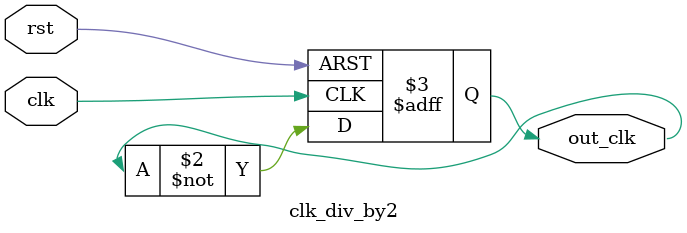
<source format=v>
module clk_div_by2 ( clk ,rst,out_clk );
    output reg out_clk;
    input clk ;
    input rst;
    always @(posedge clk or posedge rst)
        begin
            if (rst)
                out_clk <= 1'b0;
            else
                out_clk <= ~out_clk;
        end
endmodule
</source>
